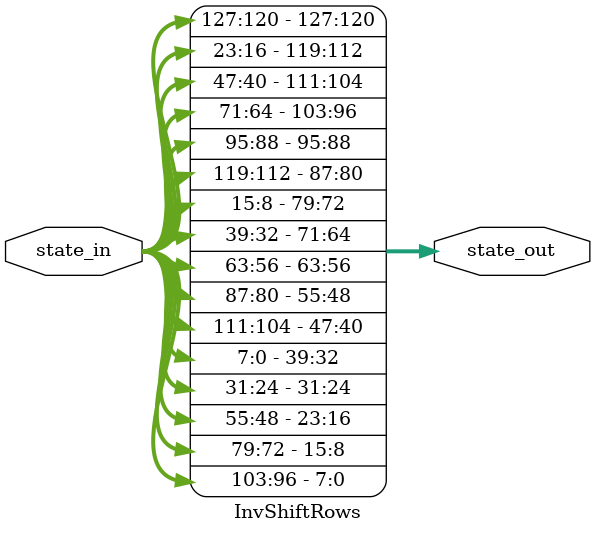
<source format=v>
module InvShiftRows (
    input [127:0] state_in,   // 128비트 입력 상태
    output [127:0] state_out  // 128비트 출력 상태
);

    // 0번째 행: 이동 없음
    assign state_out[127:120] = state_in[127:120]; // (0,0) 그대로 유지
    assign state_out[119:112] = state_in[23:16];   // (1,0) -> (0,1)
    assign state_out[111:104] = state_in[47:40];   // (2,0) -> (0,2)
    assign state_out[103:96]  = state_in[71:64];   // (3,0) -> (0,3)

    // 1번째 행: 오른쪽으로 1칸 이동
    assign state_out[95:88]   = state_in[95:88];   // (0,1) 그대로 유지
    assign state_out[87:80]   = state_in[119:112]; // (1,1) -> (1,2)
    assign state_out[79:72]   = state_in[15:8];    // (2,1) -> (1,3)
    assign state_out[71:64]   = state_in[39:32];   // (3,1) -> (1,0)

    // 2번째 행: 오른쪽으로 2칸 이동
    assign state_out[63:56]   = state_in[63:56];   // (0,2) 그대로 유지
    assign state_out[55:48]   = state_in[87:80];   // (1,2) -> (2,3)
    assign state_out[47:40]   = state_in[111:104]; // (2,2) -> (2,0)
    assign state_out[39:32]   = state_in[7:0];     // (3,2) -> (2,1)

    // 3번째 행: 오른쪽으로 3칸 이동
    assign state_out[31:24]   = state_in[31:24];   // (0,3) 그대로 유지
    assign state_out[23:16]   = state_in[55:48];   // (1,3) -> (3,1)
    assign state_out[15:8]    = state_in[79:72];   // (2,3) -> (3,2)
    assign state_out[7:0]     = state_in[103:96];  // (3,3) -> (3,0)

endmodule
</source>
